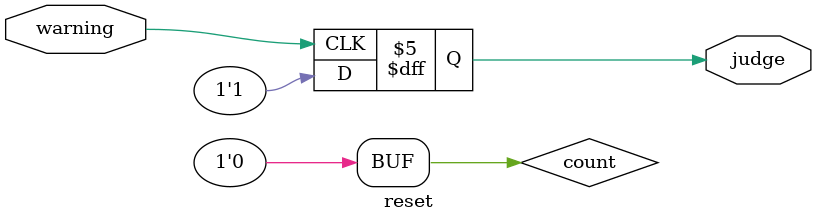
<source format=v>
`timescale 1ns / 1ps


module reset(
    input warning,
    output judge
    );
    wire warning;
    reg judge=0,count=0;
    always @(posedge warning)
    begin
        if(warning==1)
        begin
            judge=1;
        end
        else
        judge=0;
    end
endmodule

</source>
